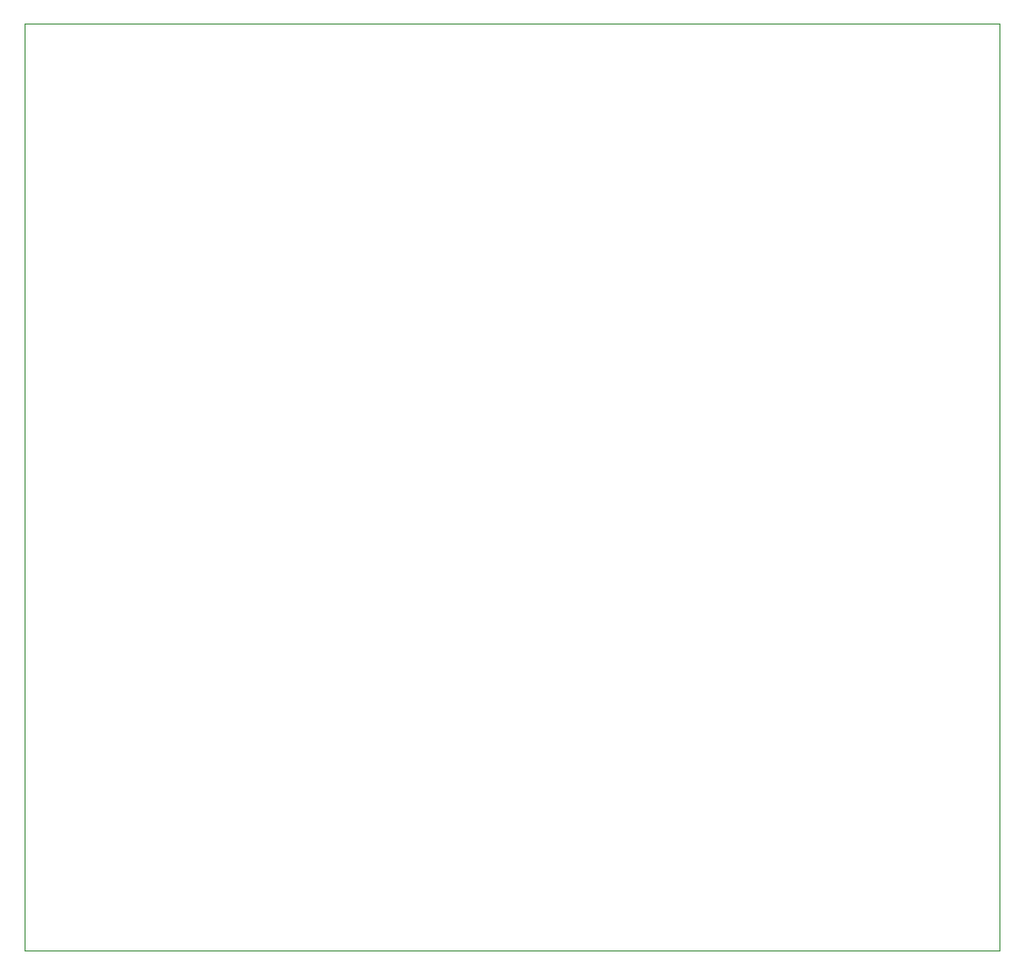
<source format=gbr>
%TF.GenerationSoftware,KiCad,Pcbnew,7.0.2*%
%TF.CreationDate,2023-07-09T20:18:23+08:00*%
%TF.ProjectId,z-match-2,7a2d6d61-7463-4682-9d32-2e6b69636164,rev?*%
%TF.SameCoordinates,Original*%
%TF.FileFunction,Profile,NP*%
%FSLAX46Y46*%
G04 Gerber Fmt 4.6, Leading zero omitted, Abs format (unit mm)*
G04 Created by KiCad (PCBNEW 7.0.2) date 2023-07-09 20:18:23*
%MOMM*%
%LPD*%
G01*
G04 APERTURE LIST*
%TA.AperFunction,Profile*%
%ADD10C,0.100000*%
%TD*%
G04 APERTURE END LIST*
D10*
X58000000Y-60000000D02*
X142000000Y-60000000D01*
X142000000Y-140000000D01*
X58000000Y-140000000D01*
X58000000Y-60000000D01*
M02*

</source>
